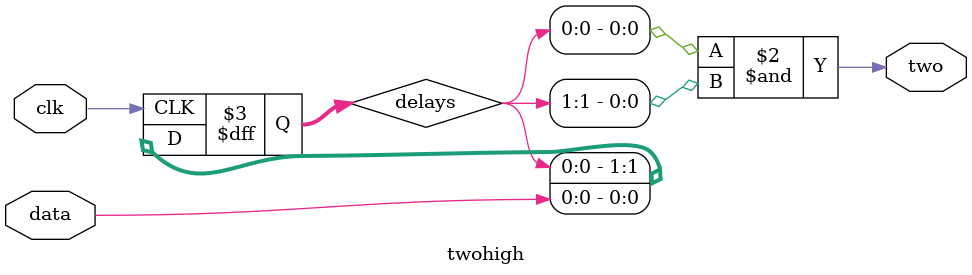
<source format=sv>
module twohigh ( input logic clk,
                 input logic data,
                 output logic two );

logic[1:0] delays;

always_ff @(posedge clk)
begin
    delays[0] <= data;
    delays[1] <= delays[0];
end

  assign two = delays[0] & delays[1];

endmodule


</source>
